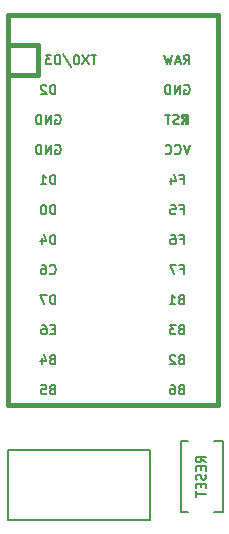
<source format=gbo>
%TF.GenerationSoftware,KiCad,Pcbnew,(5.1.9)-1*%
%TF.CreationDate,2021-04-11T01:29:47-07:00*%
%TF.ProjectId,pyaa,70796161-2e6b-4696-9361-645f70636258,rev?*%
%TF.SameCoordinates,Original*%
%TF.FileFunction,Legend,Bot*%
%TF.FilePolarity,Positive*%
%FSLAX46Y46*%
G04 Gerber Fmt 4.6, Leading zero omitted, Abs format (unit mm)*
G04 Created by KiCad (PCBNEW (5.1.9)-1) date 2021-04-11 01:29:47*
%MOMM*%
%LPD*%
G01*
G04 APERTURE LIST*
%ADD10C,0.150000*%
%ADD11C,0.381000*%
G04 APERTURE END LIST*
D10*
%TO.C,SW1*%
X99800000Y-128600000D02*
X99800000Y-134500000D01*
X99800000Y-128600000D02*
X99800000Y-134600000D01*
X96300000Y-134600000D02*
X96300000Y-128600000D01*
X99800000Y-134600000D02*
X99100000Y-134600000D01*
X96300000Y-134600000D02*
X96900000Y-134600000D01*
X96300000Y-128600000D02*
X96900000Y-128600000D01*
X99800000Y-128600000D02*
X99100000Y-128600000D01*
%TO.C,J1*%
X93650000Y-135350000D02*
X81650000Y-135350000D01*
X93650000Y-129350000D02*
X93650000Y-135350000D01*
X81650000Y-129350000D02*
X93650000Y-129350000D01*
X81650000Y-135350000D02*
X81650000Y-129350000D01*
D11*
%TO.C,U1*%
X84150000Y-97650000D02*
X81610000Y-97650000D01*
X84150000Y-95110000D02*
X84150000Y-97650000D01*
D10*
G36*
X96544635Y-101399030D02*
G01*
X96544635Y-101499030D01*
X96644635Y-101499030D01*
X96644635Y-101399030D01*
X96544635Y-101399030D01*
G37*
X96544635Y-101399030D02*
X96544635Y-101499030D01*
X96644635Y-101499030D01*
X96644635Y-101399030D01*
X96544635Y-101399030D01*
G36*
X96744635Y-100999030D02*
G01*
X96744635Y-101799030D01*
X96844635Y-101799030D01*
X96844635Y-100999030D01*
X96744635Y-100999030D01*
G37*
X96744635Y-100999030D02*
X96744635Y-101799030D01*
X96844635Y-101799030D01*
X96844635Y-100999030D01*
X96744635Y-100999030D01*
G36*
X96344635Y-101599030D02*
G01*
X96344635Y-101799030D01*
X96444635Y-101799030D01*
X96444635Y-101599030D01*
X96344635Y-101599030D01*
G37*
X96344635Y-101599030D02*
X96344635Y-101799030D01*
X96444635Y-101799030D01*
X96444635Y-101599030D01*
X96344635Y-101599030D01*
G36*
X96344635Y-100999030D02*
G01*
X96344635Y-101299030D01*
X96444635Y-101299030D01*
X96444635Y-100999030D01*
X96344635Y-100999030D01*
G37*
X96344635Y-100999030D02*
X96344635Y-101299030D01*
X96444635Y-101299030D01*
X96444635Y-100999030D01*
X96344635Y-100999030D01*
G36*
X96344635Y-100999030D02*
G01*
X96344635Y-101099030D01*
X96844635Y-101099030D01*
X96844635Y-100999030D01*
X96344635Y-100999030D01*
G37*
X96344635Y-100999030D02*
X96344635Y-101099030D01*
X96844635Y-101099030D01*
X96844635Y-100999030D01*
X96344635Y-100999030D01*
D11*
X99390000Y-125590000D02*
X99390000Y-92570000D01*
X81610000Y-125590000D02*
X99390000Y-125590000D01*
X81610000Y-92570000D02*
X81610000Y-125590000D01*
X99390000Y-92570000D02*
X81610000Y-92570000D01*
X84150000Y-95110000D02*
X81610000Y-95110000D01*
%TO.C,SW1*%
D10*
X98361904Y-130438095D02*
X97980952Y-130171428D01*
X98361904Y-129980952D02*
X97561904Y-129980952D01*
X97561904Y-130285714D01*
X97600000Y-130361904D01*
X97638095Y-130400000D01*
X97714285Y-130438095D01*
X97828571Y-130438095D01*
X97904761Y-130400000D01*
X97942857Y-130361904D01*
X97980952Y-130285714D01*
X97980952Y-129980952D01*
X97942857Y-130780952D02*
X97942857Y-131047619D01*
X98361904Y-131161904D02*
X98361904Y-130780952D01*
X97561904Y-130780952D01*
X97561904Y-131161904D01*
X98323809Y-131466666D02*
X98361904Y-131580952D01*
X98361904Y-131771428D01*
X98323809Y-131847619D01*
X98285714Y-131885714D01*
X98209523Y-131923809D01*
X98133333Y-131923809D01*
X98057142Y-131885714D01*
X98019047Y-131847619D01*
X97980952Y-131771428D01*
X97942857Y-131619047D01*
X97904761Y-131542857D01*
X97866666Y-131504761D01*
X97790476Y-131466666D01*
X97714285Y-131466666D01*
X97638095Y-131504761D01*
X97600000Y-131542857D01*
X97561904Y-131619047D01*
X97561904Y-131809523D01*
X97600000Y-131923809D01*
X97942857Y-132266666D02*
X97942857Y-132533333D01*
X98361904Y-132647619D02*
X98361904Y-132266666D01*
X97561904Y-132266666D01*
X97561904Y-132647619D01*
X97561904Y-132876190D02*
X97561904Y-133333333D01*
X98361904Y-133104761D02*
X97561904Y-133104761D01*
%TO.C,U1*%
X85629476Y-99281904D02*
X85629476Y-98481904D01*
X85439000Y-98481904D01*
X85324714Y-98520000D01*
X85248523Y-98596190D01*
X85210428Y-98672380D01*
X85172333Y-98824761D01*
X85172333Y-98939047D01*
X85210428Y-99091428D01*
X85248523Y-99167619D01*
X85324714Y-99243809D01*
X85439000Y-99281904D01*
X85629476Y-99281904D01*
X84867571Y-98558095D02*
X84829476Y-98520000D01*
X84753285Y-98481904D01*
X84562809Y-98481904D01*
X84486619Y-98520000D01*
X84448523Y-98558095D01*
X84410428Y-98634285D01*
X84410428Y-98710476D01*
X84448523Y-98824761D01*
X84905666Y-99281904D01*
X84410428Y-99281904D01*
X85629476Y-109441904D02*
X85629476Y-108641904D01*
X85439000Y-108641904D01*
X85324714Y-108680000D01*
X85248523Y-108756190D01*
X85210428Y-108832380D01*
X85172333Y-108984761D01*
X85172333Y-109099047D01*
X85210428Y-109251428D01*
X85248523Y-109327619D01*
X85324714Y-109403809D01*
X85439000Y-109441904D01*
X85629476Y-109441904D01*
X84677095Y-108641904D02*
X84600904Y-108641904D01*
X84524714Y-108680000D01*
X84486619Y-108718095D01*
X84448523Y-108794285D01*
X84410428Y-108946666D01*
X84410428Y-109137142D01*
X84448523Y-109289523D01*
X84486619Y-109365714D01*
X84524714Y-109403809D01*
X84600904Y-109441904D01*
X84677095Y-109441904D01*
X84753285Y-109403809D01*
X84791380Y-109365714D01*
X84829476Y-109289523D01*
X84867571Y-109137142D01*
X84867571Y-108946666D01*
X84829476Y-108794285D01*
X84791380Y-108718095D01*
X84753285Y-108680000D01*
X84677095Y-108641904D01*
X85629476Y-106901904D02*
X85629476Y-106101904D01*
X85439000Y-106101904D01*
X85324714Y-106140000D01*
X85248523Y-106216190D01*
X85210428Y-106292380D01*
X85172333Y-106444761D01*
X85172333Y-106559047D01*
X85210428Y-106711428D01*
X85248523Y-106787619D01*
X85324714Y-106863809D01*
X85439000Y-106901904D01*
X85629476Y-106901904D01*
X84410428Y-106901904D02*
X84867571Y-106901904D01*
X84639000Y-106901904D02*
X84639000Y-106101904D01*
X84715190Y-106216190D01*
X84791380Y-106292380D01*
X84867571Y-106330476D01*
X85648523Y-103600000D02*
X85724714Y-103561904D01*
X85839000Y-103561904D01*
X85953285Y-103600000D01*
X86029476Y-103676190D01*
X86067571Y-103752380D01*
X86105666Y-103904761D01*
X86105666Y-104019047D01*
X86067571Y-104171428D01*
X86029476Y-104247619D01*
X85953285Y-104323809D01*
X85839000Y-104361904D01*
X85762809Y-104361904D01*
X85648523Y-104323809D01*
X85610428Y-104285714D01*
X85610428Y-104019047D01*
X85762809Y-104019047D01*
X85267571Y-104361904D02*
X85267571Y-103561904D01*
X84810428Y-104361904D01*
X84810428Y-103561904D01*
X84429476Y-104361904D02*
X84429476Y-103561904D01*
X84239000Y-103561904D01*
X84124714Y-103600000D01*
X84048523Y-103676190D01*
X84010428Y-103752380D01*
X83972333Y-103904761D01*
X83972333Y-104019047D01*
X84010428Y-104171428D01*
X84048523Y-104247619D01*
X84124714Y-104323809D01*
X84239000Y-104361904D01*
X84429476Y-104361904D01*
X85648523Y-101060000D02*
X85724714Y-101021904D01*
X85839000Y-101021904D01*
X85953285Y-101060000D01*
X86029476Y-101136190D01*
X86067571Y-101212380D01*
X86105666Y-101364761D01*
X86105666Y-101479047D01*
X86067571Y-101631428D01*
X86029476Y-101707619D01*
X85953285Y-101783809D01*
X85839000Y-101821904D01*
X85762809Y-101821904D01*
X85648523Y-101783809D01*
X85610428Y-101745714D01*
X85610428Y-101479047D01*
X85762809Y-101479047D01*
X85267571Y-101821904D02*
X85267571Y-101021904D01*
X84810428Y-101821904D01*
X84810428Y-101021904D01*
X84429476Y-101821904D02*
X84429476Y-101021904D01*
X84239000Y-101021904D01*
X84124714Y-101060000D01*
X84048523Y-101136190D01*
X84010428Y-101212380D01*
X83972333Y-101364761D01*
X83972333Y-101479047D01*
X84010428Y-101631428D01*
X84048523Y-101707619D01*
X84124714Y-101783809D01*
X84239000Y-101821904D01*
X84429476Y-101821904D01*
X85629476Y-111981904D02*
X85629476Y-111181904D01*
X85439000Y-111181904D01*
X85324714Y-111220000D01*
X85248523Y-111296190D01*
X85210428Y-111372380D01*
X85172333Y-111524761D01*
X85172333Y-111639047D01*
X85210428Y-111791428D01*
X85248523Y-111867619D01*
X85324714Y-111943809D01*
X85439000Y-111981904D01*
X85629476Y-111981904D01*
X84486619Y-111448571D02*
X84486619Y-111981904D01*
X84677095Y-111143809D02*
X84867571Y-111715238D01*
X84372333Y-111715238D01*
X85172333Y-114445714D02*
X85210428Y-114483809D01*
X85324714Y-114521904D01*
X85400904Y-114521904D01*
X85515190Y-114483809D01*
X85591380Y-114407619D01*
X85629476Y-114331428D01*
X85667571Y-114179047D01*
X85667571Y-114064761D01*
X85629476Y-113912380D01*
X85591380Y-113836190D01*
X85515190Y-113760000D01*
X85400904Y-113721904D01*
X85324714Y-113721904D01*
X85210428Y-113760000D01*
X85172333Y-113798095D01*
X84486619Y-113721904D02*
X84639000Y-113721904D01*
X84715190Y-113760000D01*
X84753285Y-113798095D01*
X84829476Y-113912380D01*
X84867571Y-114064761D01*
X84867571Y-114369523D01*
X84829476Y-114445714D01*
X84791380Y-114483809D01*
X84715190Y-114521904D01*
X84562809Y-114521904D01*
X84486619Y-114483809D01*
X84448523Y-114445714D01*
X84410428Y-114369523D01*
X84410428Y-114179047D01*
X84448523Y-114102857D01*
X84486619Y-114064761D01*
X84562809Y-114026666D01*
X84715190Y-114026666D01*
X84791380Y-114064761D01*
X84829476Y-114102857D01*
X84867571Y-114179047D01*
X85629476Y-117061904D02*
X85629476Y-116261904D01*
X85439000Y-116261904D01*
X85324714Y-116300000D01*
X85248523Y-116376190D01*
X85210428Y-116452380D01*
X85172333Y-116604761D01*
X85172333Y-116719047D01*
X85210428Y-116871428D01*
X85248523Y-116947619D01*
X85324714Y-117023809D01*
X85439000Y-117061904D01*
X85629476Y-117061904D01*
X84905666Y-116261904D02*
X84372333Y-116261904D01*
X84715190Y-117061904D01*
X85591380Y-119182857D02*
X85324714Y-119182857D01*
X85210428Y-119601904D02*
X85591380Y-119601904D01*
X85591380Y-118801904D01*
X85210428Y-118801904D01*
X84524714Y-118801904D02*
X84677095Y-118801904D01*
X84753285Y-118840000D01*
X84791380Y-118878095D01*
X84867571Y-118992380D01*
X84905666Y-119144761D01*
X84905666Y-119449523D01*
X84867571Y-119525714D01*
X84829476Y-119563809D01*
X84753285Y-119601904D01*
X84600904Y-119601904D01*
X84524714Y-119563809D01*
X84486619Y-119525714D01*
X84448523Y-119449523D01*
X84448523Y-119259047D01*
X84486619Y-119182857D01*
X84524714Y-119144761D01*
X84600904Y-119106666D01*
X84753285Y-119106666D01*
X84829476Y-119144761D01*
X84867571Y-119182857D01*
X84905666Y-119259047D01*
X85362809Y-121722857D02*
X85248523Y-121760952D01*
X85210428Y-121799047D01*
X85172333Y-121875238D01*
X85172333Y-121989523D01*
X85210428Y-122065714D01*
X85248523Y-122103809D01*
X85324714Y-122141904D01*
X85629476Y-122141904D01*
X85629476Y-121341904D01*
X85362809Y-121341904D01*
X85286619Y-121380000D01*
X85248523Y-121418095D01*
X85210428Y-121494285D01*
X85210428Y-121570476D01*
X85248523Y-121646666D01*
X85286619Y-121684761D01*
X85362809Y-121722857D01*
X85629476Y-121722857D01*
X84486619Y-121608571D02*
X84486619Y-122141904D01*
X84677095Y-121303809D02*
X84867571Y-121875238D01*
X84372333Y-121875238D01*
X85362809Y-124262857D02*
X85248523Y-124300952D01*
X85210428Y-124339047D01*
X85172333Y-124415238D01*
X85172333Y-124529523D01*
X85210428Y-124605714D01*
X85248523Y-124643809D01*
X85324714Y-124681904D01*
X85629476Y-124681904D01*
X85629476Y-123881904D01*
X85362809Y-123881904D01*
X85286619Y-123920000D01*
X85248523Y-123958095D01*
X85210428Y-124034285D01*
X85210428Y-124110476D01*
X85248523Y-124186666D01*
X85286619Y-124224761D01*
X85362809Y-124262857D01*
X85629476Y-124262857D01*
X84448523Y-123881904D02*
X84829476Y-123881904D01*
X84867571Y-124262857D01*
X84829476Y-124224761D01*
X84753285Y-124186666D01*
X84562809Y-124186666D01*
X84486619Y-124224761D01*
X84448523Y-124262857D01*
X84410428Y-124339047D01*
X84410428Y-124529523D01*
X84448523Y-124605714D01*
X84486619Y-124643809D01*
X84562809Y-124681904D01*
X84753285Y-124681904D01*
X84829476Y-124643809D01*
X84867571Y-124605714D01*
X96284809Y-124262857D02*
X96170523Y-124300952D01*
X96132428Y-124339047D01*
X96094333Y-124415238D01*
X96094333Y-124529523D01*
X96132428Y-124605714D01*
X96170523Y-124643809D01*
X96246714Y-124681904D01*
X96551476Y-124681904D01*
X96551476Y-123881904D01*
X96284809Y-123881904D01*
X96208619Y-123920000D01*
X96170523Y-123958095D01*
X96132428Y-124034285D01*
X96132428Y-124110476D01*
X96170523Y-124186666D01*
X96208619Y-124224761D01*
X96284809Y-124262857D01*
X96551476Y-124262857D01*
X95408619Y-123881904D02*
X95561000Y-123881904D01*
X95637190Y-123920000D01*
X95675285Y-123958095D01*
X95751476Y-124072380D01*
X95789571Y-124224761D01*
X95789571Y-124529523D01*
X95751476Y-124605714D01*
X95713380Y-124643809D01*
X95637190Y-124681904D01*
X95484809Y-124681904D01*
X95408619Y-124643809D01*
X95370523Y-124605714D01*
X95332428Y-124529523D01*
X95332428Y-124339047D01*
X95370523Y-124262857D01*
X95408619Y-124224761D01*
X95484809Y-124186666D01*
X95637190Y-124186666D01*
X95713380Y-124224761D01*
X95751476Y-124262857D01*
X95789571Y-124339047D01*
X96284809Y-119182857D02*
X96170523Y-119220952D01*
X96132428Y-119259047D01*
X96094333Y-119335238D01*
X96094333Y-119449523D01*
X96132428Y-119525714D01*
X96170523Y-119563809D01*
X96246714Y-119601904D01*
X96551476Y-119601904D01*
X96551476Y-118801904D01*
X96284809Y-118801904D01*
X96208619Y-118840000D01*
X96170523Y-118878095D01*
X96132428Y-118954285D01*
X96132428Y-119030476D01*
X96170523Y-119106666D01*
X96208619Y-119144761D01*
X96284809Y-119182857D01*
X96551476Y-119182857D01*
X95827666Y-118801904D02*
X95332428Y-118801904D01*
X95599095Y-119106666D01*
X95484809Y-119106666D01*
X95408619Y-119144761D01*
X95370523Y-119182857D01*
X95332428Y-119259047D01*
X95332428Y-119449523D01*
X95370523Y-119525714D01*
X95408619Y-119563809D01*
X95484809Y-119601904D01*
X95713380Y-119601904D01*
X95789571Y-119563809D01*
X95827666Y-119525714D01*
X96284809Y-116642857D02*
X96170523Y-116680952D01*
X96132428Y-116719047D01*
X96094333Y-116795238D01*
X96094333Y-116909523D01*
X96132428Y-116985714D01*
X96170523Y-117023809D01*
X96246714Y-117061904D01*
X96551476Y-117061904D01*
X96551476Y-116261904D01*
X96284809Y-116261904D01*
X96208619Y-116300000D01*
X96170523Y-116338095D01*
X96132428Y-116414285D01*
X96132428Y-116490476D01*
X96170523Y-116566666D01*
X96208619Y-116604761D01*
X96284809Y-116642857D01*
X96551476Y-116642857D01*
X95332428Y-117061904D02*
X95789571Y-117061904D01*
X95561000Y-117061904D02*
X95561000Y-116261904D01*
X95637190Y-116376190D01*
X95713380Y-116452380D01*
X95789571Y-116490476D01*
X96227666Y-106482857D02*
X96494333Y-106482857D01*
X96494333Y-106901904D02*
X96494333Y-106101904D01*
X96113380Y-106101904D01*
X95465761Y-106368571D02*
X95465761Y-106901904D01*
X95656238Y-106063809D02*
X95846714Y-106635238D01*
X95351476Y-106635238D01*
X97027666Y-103561904D02*
X96761000Y-104361904D01*
X96494333Y-103561904D01*
X95770523Y-104285714D02*
X95808619Y-104323809D01*
X95922904Y-104361904D01*
X95999095Y-104361904D01*
X96113380Y-104323809D01*
X96189571Y-104247619D01*
X96227666Y-104171428D01*
X96265761Y-104019047D01*
X96265761Y-103904761D01*
X96227666Y-103752380D01*
X96189571Y-103676190D01*
X96113380Y-103600000D01*
X95999095Y-103561904D01*
X95922904Y-103561904D01*
X95808619Y-103600000D01*
X95770523Y-103638095D01*
X94970523Y-104285714D02*
X95008619Y-104323809D01*
X95122904Y-104361904D01*
X95199095Y-104361904D01*
X95313380Y-104323809D01*
X95389571Y-104247619D01*
X95427666Y-104171428D01*
X95465761Y-104019047D01*
X95465761Y-103904761D01*
X95427666Y-103752380D01*
X95389571Y-103676190D01*
X95313380Y-103600000D01*
X95199095Y-103561904D01*
X95122904Y-103561904D01*
X95008619Y-103600000D01*
X94970523Y-103638095D01*
X96570523Y-98520000D02*
X96646714Y-98481904D01*
X96761000Y-98481904D01*
X96875285Y-98520000D01*
X96951476Y-98596190D01*
X96989571Y-98672380D01*
X97027666Y-98824761D01*
X97027666Y-98939047D01*
X96989571Y-99091428D01*
X96951476Y-99167619D01*
X96875285Y-99243809D01*
X96761000Y-99281904D01*
X96684809Y-99281904D01*
X96570523Y-99243809D01*
X96532428Y-99205714D01*
X96532428Y-98939047D01*
X96684809Y-98939047D01*
X96189571Y-99281904D02*
X96189571Y-98481904D01*
X95732428Y-99281904D01*
X95732428Y-98481904D01*
X95351476Y-99281904D02*
X95351476Y-98481904D01*
X95161000Y-98481904D01*
X95046714Y-98520000D01*
X94970523Y-98596190D01*
X94932428Y-98672380D01*
X94894333Y-98824761D01*
X94894333Y-98939047D01*
X94932428Y-99091428D01*
X94970523Y-99167619D01*
X95046714Y-99243809D01*
X95161000Y-99281904D01*
X95351476Y-99281904D01*
X96513380Y-96741904D02*
X96780047Y-96360952D01*
X96970523Y-96741904D02*
X96970523Y-95941904D01*
X96665761Y-95941904D01*
X96589571Y-95980000D01*
X96551476Y-96018095D01*
X96513380Y-96094285D01*
X96513380Y-96208571D01*
X96551476Y-96284761D01*
X96589571Y-96322857D01*
X96665761Y-96360952D01*
X96970523Y-96360952D01*
X96208619Y-96513333D02*
X95827666Y-96513333D01*
X96284809Y-96741904D02*
X96018142Y-95941904D01*
X95751476Y-96741904D01*
X95561000Y-95941904D02*
X95370523Y-96741904D01*
X95218142Y-96170476D01*
X95065761Y-96741904D01*
X94875285Y-95941904D01*
X96227666Y-109022857D02*
X96494333Y-109022857D01*
X96494333Y-109441904D02*
X96494333Y-108641904D01*
X96113380Y-108641904D01*
X95427666Y-108641904D02*
X95808619Y-108641904D01*
X95846714Y-109022857D01*
X95808619Y-108984761D01*
X95732428Y-108946666D01*
X95541952Y-108946666D01*
X95465761Y-108984761D01*
X95427666Y-109022857D01*
X95389571Y-109099047D01*
X95389571Y-109289523D01*
X95427666Y-109365714D01*
X95465761Y-109403809D01*
X95541952Y-109441904D01*
X95732428Y-109441904D01*
X95808619Y-109403809D01*
X95846714Y-109365714D01*
X96227666Y-111562857D02*
X96494333Y-111562857D01*
X96494333Y-111981904D02*
X96494333Y-111181904D01*
X96113380Y-111181904D01*
X95465761Y-111181904D02*
X95618142Y-111181904D01*
X95694333Y-111220000D01*
X95732428Y-111258095D01*
X95808619Y-111372380D01*
X95846714Y-111524761D01*
X95846714Y-111829523D01*
X95808619Y-111905714D01*
X95770523Y-111943809D01*
X95694333Y-111981904D01*
X95541952Y-111981904D01*
X95465761Y-111943809D01*
X95427666Y-111905714D01*
X95389571Y-111829523D01*
X95389571Y-111639047D01*
X95427666Y-111562857D01*
X95465761Y-111524761D01*
X95541952Y-111486666D01*
X95694333Y-111486666D01*
X95770523Y-111524761D01*
X95808619Y-111562857D01*
X95846714Y-111639047D01*
X96227666Y-114102857D02*
X96494333Y-114102857D01*
X96494333Y-114521904D02*
X96494333Y-113721904D01*
X96113380Y-113721904D01*
X95884809Y-113721904D02*
X95351476Y-113721904D01*
X95694333Y-114521904D01*
X96284809Y-121722857D02*
X96170523Y-121760952D01*
X96132428Y-121799047D01*
X96094333Y-121875238D01*
X96094333Y-121989523D01*
X96132428Y-122065714D01*
X96170523Y-122103809D01*
X96246714Y-122141904D01*
X96551476Y-122141904D01*
X96551476Y-121341904D01*
X96284809Y-121341904D01*
X96208619Y-121380000D01*
X96170523Y-121418095D01*
X96132428Y-121494285D01*
X96132428Y-121570476D01*
X96170523Y-121646666D01*
X96208619Y-121684761D01*
X96284809Y-121722857D01*
X96551476Y-121722857D01*
X95789571Y-121418095D02*
X95751476Y-121380000D01*
X95675285Y-121341904D01*
X95484809Y-121341904D01*
X95408619Y-121380000D01*
X95370523Y-121418095D01*
X95332428Y-121494285D01*
X95332428Y-121570476D01*
X95370523Y-121684761D01*
X95827666Y-122141904D01*
X95332428Y-122141904D01*
X89118604Y-95941904D02*
X88661461Y-95941904D01*
X88890032Y-96741904D02*
X88890032Y-95941904D01*
X88470985Y-95941904D02*
X87937651Y-96741904D01*
X87937651Y-95941904D02*
X88470985Y-96741904D01*
X87480508Y-95941904D02*
X87404318Y-95941904D01*
X87328128Y-95980000D01*
X87290032Y-96018095D01*
X87251937Y-96094285D01*
X87213842Y-96246666D01*
X87213842Y-96437142D01*
X87251937Y-96589523D01*
X87290032Y-96665714D01*
X87328128Y-96703809D01*
X87404318Y-96741904D01*
X87480508Y-96741904D01*
X87556699Y-96703809D01*
X87594794Y-96665714D01*
X87632889Y-96589523D01*
X87670985Y-96437142D01*
X87670985Y-96246666D01*
X87632889Y-96094285D01*
X87594794Y-96018095D01*
X87556699Y-95980000D01*
X87480508Y-95941904D01*
X86299556Y-95903809D02*
X86985270Y-96932380D01*
X86032889Y-96741904D02*
X86032889Y-95941904D01*
X85842413Y-95941904D01*
X85728128Y-95980000D01*
X85651937Y-96056190D01*
X85613842Y-96132380D01*
X85575747Y-96284761D01*
X85575747Y-96399047D01*
X85613842Y-96551428D01*
X85651937Y-96627619D01*
X85728128Y-96703809D01*
X85842413Y-96741904D01*
X86032889Y-96741904D01*
X85309080Y-95941904D02*
X84813842Y-95941904D01*
X85080508Y-96246666D01*
X84966223Y-96246666D01*
X84890032Y-96284761D01*
X84851937Y-96322857D01*
X84813842Y-96399047D01*
X84813842Y-96589523D01*
X84851937Y-96665714D01*
X84890032Y-96703809D01*
X84966223Y-96741904D01*
X85194794Y-96741904D01*
X85270985Y-96703809D01*
X85309080Y-96665714D01*
X96073333Y-101763809D02*
X95959047Y-101801904D01*
X95768571Y-101801904D01*
X95692380Y-101763809D01*
X95654285Y-101725714D01*
X95616190Y-101649523D01*
X95616190Y-101573333D01*
X95654285Y-101497142D01*
X95692380Y-101459047D01*
X95768571Y-101420952D01*
X95920952Y-101382857D01*
X95997142Y-101344761D01*
X96035238Y-101306666D01*
X96073333Y-101230476D01*
X96073333Y-101154285D01*
X96035238Y-101078095D01*
X95997142Y-101040000D01*
X95920952Y-101001904D01*
X95730476Y-101001904D01*
X95616190Y-101040000D01*
X95387619Y-101001904D02*
X94930476Y-101001904D01*
X95159047Y-101801904D02*
X95159047Y-101001904D01*
%TD*%
M02*

</source>
